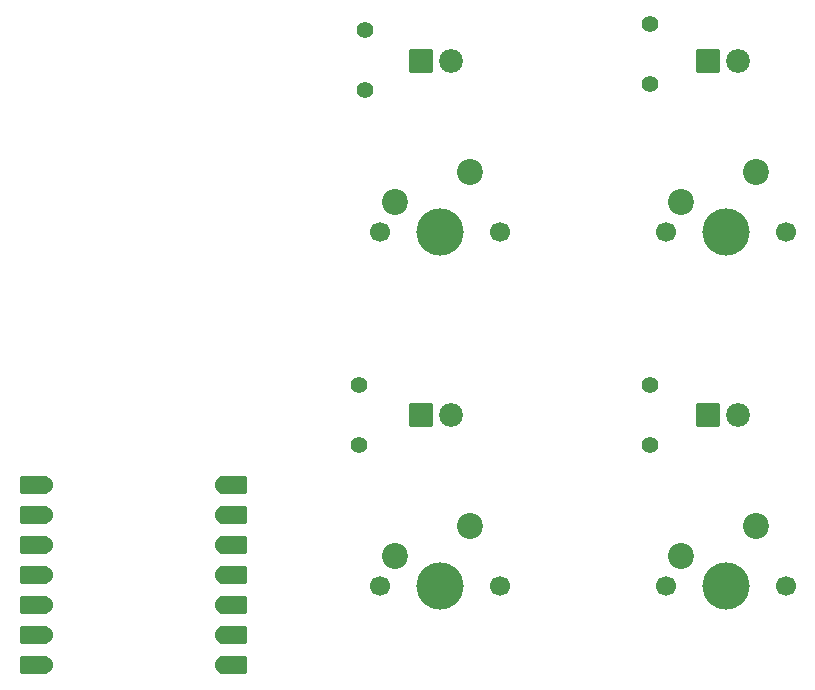
<source format=gbr>
%TF.GenerationSoftware,KiCad,Pcbnew,9.0.6*%
%TF.CreationDate,2025-11-18T20:58:22+00:00*%
%TF.ProjectId,pathfinderKey-Cuts,70617468-6669-46e6-9465-724b65792d43,rev?*%
%TF.SameCoordinates,Original*%
%TF.FileFunction,Soldermask,Top*%
%TF.FilePolarity,Negative*%
%FSLAX46Y46*%
G04 Gerber Fmt 4.6, Leading zero omitted, Abs format (unit mm)*
G04 Created by KiCad (PCBNEW 9.0.6) date 2025-11-18 20:58:22*
%MOMM*%
%LPD*%
G01*
G04 APERTURE LIST*
G04 Aperture macros list*
%AMRoundRect*
0 Rectangle with rounded corners*
0 $1 Rounding radius*
0 $2 $3 $4 $5 $6 $7 $8 $9 X,Y pos of 4 corners*
0 Add a 4 corners polygon primitive as box body*
4,1,4,$2,$3,$4,$5,$6,$7,$8,$9,$2,$3,0*
0 Add four circle primitives for the rounded corners*
1,1,$1+$1,$2,$3*
1,1,$1+$1,$4,$5*
1,1,$1+$1,$6,$7*
1,1,$1+$1,$8,$9*
0 Add four rect primitives between the rounded corners*
20,1,$1+$1,$2,$3,$4,$5,0*
20,1,$1+$1,$4,$5,$6,$7,0*
20,1,$1+$1,$6,$7,$8,$9,0*
20,1,$1+$1,$8,$9,$2,$3,0*%
G04 Aperture macros list end*
%ADD10C,1.400000*%
%ADD11C,1.700000*%
%ADD12C,4.000000*%
%ADD13C,2.200000*%
%ADD14C,2.019000*%
%ADD15RoundRect,0.102000X-0.907500X-0.907500X0.907500X-0.907500X0.907500X0.907500X-0.907500X0.907500X0*%
%ADD16RoundRect,0.152400X1.063600X0.609600X-1.063600X0.609600X-1.063600X-0.609600X1.063600X-0.609600X0*%
%ADD17C,1.524000*%
%ADD18RoundRect,0.152400X-1.063600X-0.609600X1.063600X-0.609600X1.063600X0.609600X-1.063600X0.609600X0*%
G04 APERTURE END LIST*
D10*
%TO.C,R2*%
X154500000Y-84420000D03*
X154500000Y-89500000D03*
%TD*%
%TO.C,R3*%
X178580000Y-114420000D03*
X178580000Y-119500000D03*
%TD*%
D11*
%TO.C,SW1*%
X179920000Y-101500000D03*
D12*
X185000000Y-101500000D03*
D11*
X190080000Y-101500000D03*
D13*
X187540000Y-96420000D03*
X181190000Y-98960000D03*
%TD*%
D14*
%TO.C,D2*%
X161770000Y-87000000D03*
D15*
X159230000Y-87000000D03*
%TD*%
D11*
%TO.C,SW3*%
X179920000Y-131500000D03*
D12*
X185000000Y-131500000D03*
D11*
X190080000Y-131500000D03*
D13*
X187540000Y-126420000D03*
X181190000Y-128960000D03*
%TD*%
D11*
%TO.C,SW4*%
X155749000Y-131500000D03*
D12*
X160829000Y-131500000D03*
D11*
X165909000Y-131500000D03*
D13*
X163369000Y-126420000D03*
X157019000Y-128960000D03*
%TD*%
D10*
%TO.C,R1*%
X178580000Y-83920000D03*
X178580000Y-89000000D03*
%TD*%
D14*
%TO.C,D4*%
X161770000Y-117000000D03*
D15*
X159230000Y-117000000D03*
%TD*%
D11*
%TO.C,SW2*%
X155749000Y-101500000D03*
D12*
X160829000Y-101500000D03*
D11*
X165909000Y-101500000D03*
D13*
X163369000Y-96420000D03*
X157019000Y-98960000D03*
%TD*%
D16*
%TO.C,U1*%
X126425000Y-122880000D03*
D17*
X127260000Y-122880000D03*
D16*
X126425000Y-125420000D03*
D17*
X127260000Y-125420000D03*
D16*
X126425000Y-127960000D03*
D17*
X127260000Y-127960000D03*
D16*
X126425000Y-130500000D03*
D17*
X127260000Y-130500000D03*
D16*
X126425000Y-133040000D03*
D17*
X127260000Y-133040000D03*
D16*
X126425000Y-135580000D03*
D17*
X127260000Y-135580000D03*
D16*
X126425000Y-138120000D03*
D17*
X127260000Y-138120000D03*
X142500000Y-138120000D03*
D18*
X143335000Y-138120000D03*
D17*
X142500000Y-135580000D03*
D18*
X143335000Y-135580000D03*
D17*
X142500000Y-133040000D03*
D18*
X143335000Y-133040000D03*
D17*
X142500000Y-130500000D03*
D18*
X143335000Y-130500000D03*
D17*
X142500000Y-127960000D03*
D18*
X143335000Y-127960000D03*
D17*
X142500000Y-125420000D03*
D18*
X143335000Y-125420000D03*
D17*
X142500000Y-122880000D03*
D18*
X143335000Y-122880000D03*
%TD*%
D14*
%TO.C,D3*%
X186080000Y-117000000D03*
D15*
X183540000Y-117000000D03*
%TD*%
D10*
%TO.C,R4*%
X154000000Y-114460000D03*
X154000000Y-119540000D03*
%TD*%
D14*
%TO.C,D1*%
X186080000Y-87000000D03*
D15*
X183540000Y-87000000D03*
%TD*%
M02*

</source>
